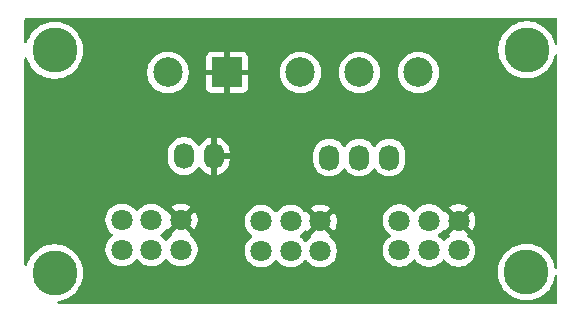
<source format=gbr>
G04 #@! TF.GenerationSoftware,KiCad,Pcbnew,9.0.1*
G04 #@! TF.CreationDate,2025-05-02T21:00:57+02:00*
G04 #@! TF.ProjectId,3_pots_pcb_v0.2a,335f706f-7473-45f7-9063-625f76302e32,rev?*
G04 #@! TF.SameCoordinates,Original*
G04 #@! TF.FileFunction,Copper,L2,Bot*
G04 #@! TF.FilePolarity,Positive*
%FSLAX46Y46*%
G04 Gerber Fmt 4.6, Leading zero omitted, Abs format (unit mm)*
G04 Created by KiCad (PCBNEW 9.0.1) date 2025-05-02 21:00:57*
%MOMM*%
%LPD*%
G01*
G04 APERTURE LIST*
G04 #@! TA.AperFunction,ComponentPad*
%ADD10C,2.500000*%
G04 #@! TD*
G04 #@! TA.AperFunction,ComponentPad*
%ADD11R,2.500000X2.500000*%
G04 #@! TD*
G04 #@! TA.AperFunction,ComponentPad*
%ADD12C,3.800000*%
G04 #@! TD*
G04 #@! TA.AperFunction,ComponentPad*
%ADD13C,1.800000*%
G04 #@! TD*
G04 #@! TA.AperFunction,ComponentPad*
%ADD14O,1.700000X2.200000*%
G04 #@! TD*
G04 APERTURE END LIST*
D10*
X152825000Y-95125000D03*
D11*
X157825000Y-95125000D03*
D12*
X143225000Y-93250000D03*
X183175000Y-112025000D03*
D13*
X172425000Y-110175000D03*
X174925000Y-110175000D03*
X177425000Y-110175000D03*
X172425000Y-107675000D03*
X174925000Y-107675000D03*
X177425000Y-107675000D03*
D12*
X183200000Y-93200000D03*
D14*
X154175000Y-102200000D03*
X156715000Y-102200000D03*
D12*
X143225000Y-112075000D03*
D14*
X166485000Y-102325000D03*
X169025000Y-102325000D03*
X171565000Y-102325000D03*
D10*
X164025000Y-95125000D03*
X169025000Y-95125000D03*
X174025000Y-95125000D03*
D13*
X160725000Y-110225000D03*
X163225000Y-110225000D03*
X165725000Y-110225000D03*
X160725000Y-107725000D03*
X163225000Y-107725000D03*
X165725000Y-107725000D03*
X148925000Y-110125000D03*
X151425000Y-110125000D03*
X153925000Y-110125000D03*
X148925000Y-107625000D03*
X151425000Y-107625000D03*
X153925000Y-107625000D03*
G04 #@! TA.AperFunction,Conductor*
G36*
X165259075Y-107917993D02*
G01*
X165324901Y-108032007D01*
X165417993Y-108125099D01*
X165532007Y-108190925D01*
X165595590Y-108207962D01*
X164927485Y-108876065D01*
X164927602Y-108877548D01*
X164967818Y-108929701D01*
X164973797Y-108999315D01*
X164941192Y-109061110D01*
X164925153Y-109075008D01*
X164812636Y-109156756D01*
X164656756Y-109312636D01*
X164656752Y-109312641D01*
X164575318Y-109424727D01*
X164519989Y-109467393D01*
X164450375Y-109473372D01*
X164388580Y-109440767D01*
X164374682Y-109424727D01*
X164293247Y-109312641D01*
X164293243Y-109312636D01*
X164137365Y-109156758D01*
X164068545Y-109106758D01*
X164025270Y-109075317D01*
X163982606Y-109019989D01*
X163976627Y-108950376D01*
X164009232Y-108888580D01*
X164025265Y-108874686D01*
X164137365Y-108793242D01*
X164293242Y-108637365D01*
X164374991Y-108524845D01*
X164430320Y-108482180D01*
X164499933Y-108476201D01*
X164561728Y-108508806D01*
X164573582Y-108522485D01*
X164573932Y-108522513D01*
X165242037Y-107854408D01*
X165259075Y-107917993D01*
G37*
G04 #@! TD.AperFunction*
G04 #@! TA.AperFunction,Conductor*
G36*
X176959075Y-107867993D02*
G01*
X177024901Y-107982007D01*
X177117993Y-108075099D01*
X177232007Y-108140925D01*
X177295590Y-108157962D01*
X176627485Y-108826065D01*
X176627602Y-108827548D01*
X176667818Y-108879701D01*
X176673797Y-108949315D01*
X176641192Y-109011110D01*
X176625153Y-109025008D01*
X176512636Y-109106756D01*
X176356756Y-109262636D01*
X176356752Y-109262641D01*
X176275318Y-109374727D01*
X176219989Y-109417393D01*
X176150375Y-109423372D01*
X176088580Y-109390767D01*
X176074682Y-109374727D01*
X175993247Y-109262641D01*
X175993243Y-109262636D01*
X175837365Y-109106758D01*
X175837357Y-109106752D01*
X175725270Y-109025317D01*
X175682606Y-108969989D01*
X175676627Y-108900376D01*
X175709232Y-108838580D01*
X175725265Y-108824686D01*
X175837365Y-108743242D01*
X175993242Y-108587365D01*
X176074991Y-108474845D01*
X176130320Y-108432180D01*
X176199933Y-108426201D01*
X176261728Y-108458806D01*
X176273582Y-108472485D01*
X176273932Y-108472513D01*
X176942037Y-107804408D01*
X176959075Y-107867993D01*
G37*
G04 #@! TD.AperFunction*
G04 #@! TA.AperFunction,Conductor*
G36*
X153459075Y-107817993D02*
G01*
X153524901Y-107932007D01*
X153617993Y-108025099D01*
X153732007Y-108090925D01*
X153795590Y-108107962D01*
X153127485Y-108776065D01*
X153127602Y-108777548D01*
X153167818Y-108829701D01*
X153173797Y-108899315D01*
X153141192Y-108961110D01*
X153125153Y-108975008D01*
X153012636Y-109056756D01*
X152856756Y-109212636D01*
X152856752Y-109212641D01*
X152775318Y-109324727D01*
X152719989Y-109367393D01*
X152650375Y-109373372D01*
X152588580Y-109340767D01*
X152574682Y-109324727D01*
X152493247Y-109212641D01*
X152493243Y-109212636D01*
X152337365Y-109056758D01*
X152296661Y-109027185D01*
X152225270Y-108975317D01*
X152182606Y-108919989D01*
X152176627Y-108850376D01*
X152209232Y-108788580D01*
X152225265Y-108774686D01*
X152337365Y-108693242D01*
X152493242Y-108537365D01*
X152574991Y-108424845D01*
X152630320Y-108382180D01*
X152699933Y-108376201D01*
X152761728Y-108408806D01*
X152773582Y-108422485D01*
X152773932Y-108422513D01*
X153442037Y-107754408D01*
X153459075Y-107817993D01*
G37*
G04 #@! TD.AperFunction*
G04 #@! TA.AperFunction,Conductor*
G36*
X185742539Y-90545185D02*
G01*
X185788294Y-90597989D01*
X185799500Y-90649500D01*
X185799500Y-92700876D01*
X185779815Y-92767915D01*
X185727011Y-92813670D01*
X185657853Y-92823614D01*
X185594297Y-92794589D01*
X185556523Y-92735811D01*
X185554609Y-92728469D01*
X185510315Y-92534405D01*
X185510312Y-92534397D01*
X185488145Y-92471049D01*
X185421267Y-92279921D01*
X185304284Y-92037003D01*
X185160838Y-91808711D01*
X184992734Y-91597915D01*
X184802085Y-91407266D01*
X184591289Y-91239162D01*
X184362997Y-91095716D01*
X184362994Y-91095714D01*
X184120082Y-90978734D01*
X183865602Y-90889687D01*
X183865594Y-90889684D01*
X183668446Y-90844687D01*
X183602732Y-90829688D01*
X183602728Y-90829687D01*
X183602719Y-90829686D01*
X183334813Y-90799500D01*
X183334809Y-90799500D01*
X183065191Y-90799500D01*
X183065186Y-90799500D01*
X182797280Y-90829686D01*
X182797268Y-90829688D01*
X182534405Y-90889684D01*
X182534397Y-90889687D01*
X182279917Y-90978734D01*
X182037005Y-91095714D01*
X181808712Y-91239161D01*
X181597915Y-91407265D01*
X181407265Y-91597915D01*
X181239161Y-91808712D01*
X181095714Y-92037005D01*
X180978734Y-92279917D01*
X180889687Y-92534397D01*
X180889684Y-92534405D01*
X180829688Y-92797268D01*
X180829686Y-92797280D01*
X180799500Y-93065186D01*
X180799500Y-93334813D01*
X180829686Y-93602719D01*
X180829688Y-93602731D01*
X180889684Y-93865594D01*
X180889687Y-93865602D01*
X180978734Y-94120082D01*
X181095714Y-94362994D01*
X181095716Y-94362997D01*
X181239162Y-94591289D01*
X181407266Y-94802085D01*
X181597915Y-94992734D01*
X181808711Y-95160838D01*
X182037003Y-95304284D01*
X182279921Y-95421267D01*
X182471049Y-95488145D01*
X182534397Y-95510312D01*
X182534405Y-95510315D01*
X182534408Y-95510315D01*
X182534409Y-95510316D01*
X182797268Y-95570312D01*
X183065187Y-95600499D01*
X183065188Y-95600500D01*
X183065191Y-95600500D01*
X183334812Y-95600500D01*
X183334812Y-95600499D01*
X183602732Y-95570312D01*
X183865591Y-95510316D01*
X184120079Y-95421267D01*
X184362997Y-95304284D01*
X184591289Y-95160838D01*
X184802085Y-94992734D01*
X184992734Y-94802085D01*
X185160838Y-94591289D01*
X185304284Y-94362997D01*
X185421267Y-94120079D01*
X185510316Y-93865591D01*
X185554609Y-93671529D01*
X185588718Y-93610552D01*
X185650379Y-93577694D01*
X185720016Y-93583389D01*
X185775520Y-93625829D01*
X185799268Y-93691539D01*
X185799500Y-93699123D01*
X185799500Y-111670221D01*
X185779815Y-111737260D01*
X185727011Y-111783015D01*
X185657853Y-111792959D01*
X185594297Y-111763934D01*
X185556523Y-111705156D01*
X185552280Y-111684105D01*
X185545313Y-111622280D01*
X185545312Y-111622268D01*
X185485316Y-111359409D01*
X185396267Y-111104921D01*
X185279284Y-110862003D01*
X185135838Y-110633711D01*
X184967734Y-110422915D01*
X184777085Y-110232266D01*
X184566289Y-110064162D01*
X184337997Y-109920716D01*
X184337994Y-109920714D01*
X184095082Y-109803734D01*
X183840602Y-109714687D01*
X183840594Y-109714684D01*
X183643446Y-109669687D01*
X183577732Y-109654688D01*
X183577728Y-109654687D01*
X183577719Y-109654686D01*
X183309813Y-109624500D01*
X183309809Y-109624500D01*
X183040191Y-109624500D01*
X183040186Y-109624500D01*
X182772280Y-109654686D01*
X182772268Y-109654688D01*
X182509405Y-109714684D01*
X182509397Y-109714687D01*
X182254917Y-109803734D01*
X182012005Y-109920714D01*
X181783712Y-110064161D01*
X181572915Y-110232265D01*
X181382265Y-110422915D01*
X181214161Y-110633712D01*
X181070714Y-110862005D01*
X180953734Y-111104917D01*
X180864687Y-111359397D01*
X180864684Y-111359405D01*
X180804688Y-111622268D01*
X180804686Y-111622280D01*
X180774500Y-111890186D01*
X180774500Y-112159813D01*
X180804686Y-112427719D01*
X180804688Y-112427731D01*
X180864684Y-112690594D01*
X180864687Y-112690602D01*
X180953734Y-112945082D01*
X181070714Y-113187994D01*
X181070716Y-113187997D01*
X181214162Y-113416289D01*
X181382266Y-113627085D01*
X181572915Y-113817734D01*
X181783711Y-113985838D01*
X182012003Y-114129284D01*
X182254921Y-114246267D01*
X182446049Y-114313145D01*
X182509397Y-114335312D01*
X182509405Y-114335315D01*
X182509408Y-114335315D01*
X182509409Y-114335316D01*
X182772268Y-114395312D01*
X183040187Y-114425499D01*
X183040188Y-114425500D01*
X183040191Y-114425500D01*
X183309812Y-114425500D01*
X183309812Y-114425499D01*
X183577732Y-114395312D01*
X183840591Y-114335316D01*
X184095079Y-114246267D01*
X184337997Y-114129284D01*
X184566289Y-113985838D01*
X184777085Y-113817734D01*
X184967734Y-113627085D01*
X185135838Y-113416289D01*
X185279284Y-113187997D01*
X185396267Y-112945079D01*
X185485316Y-112690591D01*
X185545312Y-112427732D01*
X185552280Y-112365894D01*
X185579347Y-112301480D01*
X185636941Y-112261925D01*
X185706778Y-112259788D01*
X185766685Y-112295746D01*
X185797640Y-112358384D01*
X185799500Y-112379778D01*
X185799500Y-114575500D01*
X185779815Y-114642539D01*
X185727011Y-114688294D01*
X185675500Y-114699500D01*
X143579778Y-114699500D01*
X143512739Y-114679815D01*
X143466984Y-114627011D01*
X143457040Y-114557853D01*
X143486065Y-114494297D01*
X143544843Y-114456523D01*
X143565894Y-114452280D01*
X143596480Y-114448833D01*
X143627732Y-114445312D01*
X143890591Y-114385316D01*
X144145079Y-114296267D01*
X144387997Y-114179284D01*
X144616289Y-114035838D01*
X144827085Y-113867734D01*
X145017734Y-113677085D01*
X145185838Y-113466289D01*
X145329284Y-113237997D01*
X145446267Y-112995079D01*
X145535316Y-112740591D01*
X145595312Y-112477732D01*
X145625500Y-112209809D01*
X145625500Y-111940191D01*
X145595312Y-111672268D01*
X145535316Y-111409409D01*
X145446267Y-111154921D01*
X145329284Y-110912003D01*
X145185838Y-110683711D01*
X145017734Y-110472915D01*
X144827085Y-110282266D01*
X144616289Y-110114162D01*
X144387997Y-109970716D01*
X144387994Y-109970714D01*
X144145082Y-109853734D01*
X143890602Y-109764687D01*
X143890594Y-109764684D01*
X143671527Y-109714684D01*
X143627732Y-109704688D01*
X143627728Y-109704687D01*
X143627719Y-109704686D01*
X143359813Y-109674500D01*
X143359809Y-109674500D01*
X143090191Y-109674500D01*
X143090186Y-109674500D01*
X142822280Y-109704686D01*
X142822268Y-109704688D01*
X142559405Y-109764684D01*
X142559397Y-109764687D01*
X142304917Y-109853734D01*
X142062005Y-109970714D01*
X141833712Y-110114161D01*
X141622915Y-110282265D01*
X141432265Y-110472915D01*
X141264161Y-110683712D01*
X141120714Y-110912005D01*
X141003734Y-111154917D01*
X140916541Y-111404099D01*
X140875820Y-111460875D01*
X140810867Y-111486622D01*
X140742305Y-111473166D01*
X140691902Y-111424778D01*
X140675500Y-111363144D01*
X140675500Y-107514778D01*
X147524500Y-107514778D01*
X147524500Y-107735222D01*
X147541742Y-107844086D01*
X147558985Y-107952952D01*
X147627103Y-108162603D01*
X147627104Y-108162606D01*
X147727187Y-108359025D01*
X147856752Y-108537358D01*
X147856756Y-108537363D01*
X148012636Y-108693243D01*
X148012641Y-108693247D01*
X148124727Y-108774682D01*
X148167393Y-108830011D01*
X148173372Y-108899625D01*
X148140767Y-108961420D01*
X148124727Y-108975318D01*
X148012641Y-109056752D01*
X148012636Y-109056756D01*
X147856756Y-109212636D01*
X147856752Y-109212641D01*
X147727187Y-109390974D01*
X147627104Y-109587393D01*
X147627103Y-109587396D01*
X147558985Y-109797047D01*
X147539398Y-109920714D01*
X147524500Y-110014778D01*
X147524500Y-110235222D01*
X147541742Y-110344086D01*
X147558985Y-110452952D01*
X147627103Y-110662603D01*
X147627104Y-110662606D01*
X147727187Y-110859025D01*
X147856752Y-111037358D01*
X147856756Y-111037363D01*
X148012636Y-111193243D01*
X148012641Y-111193247D01*
X148081461Y-111243247D01*
X148190978Y-111322815D01*
X148319375Y-111388237D01*
X148387393Y-111422895D01*
X148387396Y-111422896D01*
X148492221Y-111456955D01*
X148597049Y-111491015D01*
X148814778Y-111525500D01*
X148814779Y-111525500D01*
X149035221Y-111525500D01*
X149035222Y-111525500D01*
X149252951Y-111491015D01*
X149462606Y-111422895D01*
X149659022Y-111322815D01*
X149837365Y-111193242D01*
X149993242Y-111037365D01*
X150074682Y-110925270D01*
X150130011Y-110882606D01*
X150199624Y-110876627D01*
X150261420Y-110909232D01*
X150275313Y-110925265D01*
X150347972Y-111025272D01*
X150356758Y-111037365D01*
X150512636Y-111193243D01*
X150512641Y-111193247D01*
X150581461Y-111243247D01*
X150690978Y-111322815D01*
X150819375Y-111388237D01*
X150887393Y-111422895D01*
X150887396Y-111422896D01*
X150992221Y-111456955D01*
X151097049Y-111491015D01*
X151314778Y-111525500D01*
X151314779Y-111525500D01*
X151535221Y-111525500D01*
X151535222Y-111525500D01*
X151752951Y-111491015D01*
X151962606Y-111422895D01*
X152159022Y-111322815D01*
X152337365Y-111193242D01*
X152493242Y-111037365D01*
X152574682Y-110925270D01*
X152630011Y-110882606D01*
X152699624Y-110876627D01*
X152761420Y-110909232D01*
X152775313Y-110925265D01*
X152847972Y-111025272D01*
X152856758Y-111037365D01*
X153012636Y-111193243D01*
X153012641Y-111193247D01*
X153081461Y-111243247D01*
X153190978Y-111322815D01*
X153319375Y-111388237D01*
X153387393Y-111422895D01*
X153387396Y-111422896D01*
X153492221Y-111456955D01*
X153597049Y-111491015D01*
X153814778Y-111525500D01*
X153814779Y-111525500D01*
X154035221Y-111525500D01*
X154035222Y-111525500D01*
X154252951Y-111491015D01*
X154462606Y-111422895D01*
X154659022Y-111322815D01*
X154837365Y-111193242D01*
X154993242Y-111037365D01*
X155122815Y-110859022D01*
X155222895Y-110662606D01*
X155291015Y-110452951D01*
X155325500Y-110235222D01*
X155325500Y-110014778D01*
X155291015Y-109797049D01*
X155244759Y-109654686D01*
X155222896Y-109587396D01*
X155222895Y-109587393D01*
X155188237Y-109519375D01*
X155122815Y-109390978D01*
X155065896Y-109312635D01*
X154993247Y-109212641D01*
X154993243Y-109212636D01*
X154837359Y-109056752D01*
X154724846Y-108975008D01*
X154682180Y-108919679D01*
X154676201Y-108850065D01*
X154708806Y-108788270D01*
X154722486Y-108776416D01*
X154722514Y-108776066D01*
X154054409Y-108107962D01*
X154117993Y-108090925D01*
X154232007Y-108025099D01*
X154325099Y-107932007D01*
X154390925Y-107817993D01*
X154407962Y-107754410D01*
X155076066Y-108422514D01*
X155076066Y-108422513D01*
X155122386Y-108358760D01*
X155222432Y-108162410D01*
X155290526Y-107952835D01*
X155325000Y-107735181D01*
X155325000Y-107614778D01*
X159324500Y-107614778D01*
X159324500Y-107835222D01*
X159337610Y-107917993D01*
X159358985Y-108052952D01*
X159427103Y-108262603D01*
X159427104Y-108262606D01*
X159449523Y-108306604D01*
X159513725Y-108432606D01*
X159527187Y-108459025D01*
X159656752Y-108637358D01*
X159656756Y-108637363D01*
X159812636Y-108793243D01*
X159812641Y-108793247D01*
X159924727Y-108874682D01*
X159967393Y-108930011D01*
X159973372Y-108999625D01*
X159940767Y-109061420D01*
X159924727Y-109075318D01*
X159812641Y-109156752D01*
X159812636Y-109156756D01*
X159656756Y-109312636D01*
X159656752Y-109312641D01*
X159527187Y-109490974D01*
X159427104Y-109687393D01*
X159427103Y-109687396D01*
X159358985Y-109897047D01*
X159324500Y-110114778D01*
X159324500Y-110335221D01*
X159358985Y-110552952D01*
X159427103Y-110762603D01*
X159427104Y-110762606D01*
X159449523Y-110806604D01*
X159513725Y-110932606D01*
X159527187Y-110959025D01*
X159656752Y-111137358D01*
X159656756Y-111137363D01*
X159812636Y-111293243D01*
X159812641Y-111293247D01*
X159908847Y-111363144D01*
X159990978Y-111422815D01*
X160116205Y-111486622D01*
X160187393Y-111522895D01*
X160187396Y-111522896D01*
X160243159Y-111541014D01*
X160397049Y-111591015D01*
X160614778Y-111625500D01*
X160614779Y-111625500D01*
X160835221Y-111625500D01*
X160835222Y-111625500D01*
X161052951Y-111591015D01*
X161262606Y-111522895D01*
X161459022Y-111422815D01*
X161637365Y-111293242D01*
X161793242Y-111137365D01*
X161874682Y-111025270D01*
X161930011Y-110982606D01*
X161999624Y-110976627D01*
X162061420Y-111009232D01*
X162075313Y-111025265D01*
X162133186Y-111104921D01*
X162156758Y-111137365D01*
X162312636Y-111293243D01*
X162312641Y-111293247D01*
X162408847Y-111363144D01*
X162490978Y-111422815D01*
X162616205Y-111486622D01*
X162687393Y-111522895D01*
X162687396Y-111522896D01*
X162743159Y-111541014D01*
X162897049Y-111591015D01*
X163114778Y-111625500D01*
X163114779Y-111625500D01*
X163335221Y-111625500D01*
X163335222Y-111625500D01*
X163552951Y-111591015D01*
X163762606Y-111522895D01*
X163959022Y-111422815D01*
X164137365Y-111293242D01*
X164293242Y-111137365D01*
X164374682Y-111025270D01*
X164430011Y-110982606D01*
X164499624Y-110976627D01*
X164561420Y-111009232D01*
X164575313Y-111025265D01*
X164633186Y-111104921D01*
X164656758Y-111137365D01*
X164812636Y-111293243D01*
X164812641Y-111293247D01*
X164908847Y-111363144D01*
X164990978Y-111422815D01*
X165116205Y-111486622D01*
X165187393Y-111522895D01*
X165187396Y-111522896D01*
X165243159Y-111541014D01*
X165397049Y-111591015D01*
X165614778Y-111625500D01*
X165614779Y-111625500D01*
X165835221Y-111625500D01*
X165835222Y-111625500D01*
X166052951Y-111591015D01*
X166262606Y-111522895D01*
X166459022Y-111422815D01*
X166637365Y-111293242D01*
X166793242Y-111137365D01*
X166922815Y-110959022D01*
X167022895Y-110762606D01*
X167091015Y-110552951D01*
X167125500Y-110335222D01*
X167125500Y-110114778D01*
X167091015Y-109897049D01*
X167028514Y-109704688D01*
X167022896Y-109687396D01*
X167022895Y-109687393D01*
X166988237Y-109619375D01*
X166922815Y-109490978D01*
X166850161Y-109390978D01*
X166793247Y-109312641D01*
X166793243Y-109312636D01*
X166637359Y-109156752D01*
X166524846Y-109075008D01*
X166482180Y-109019679D01*
X166476201Y-108950065D01*
X166508806Y-108888270D01*
X166522486Y-108876416D01*
X166522514Y-108876066D01*
X165854409Y-108207962D01*
X165917993Y-108190925D01*
X166032007Y-108125099D01*
X166125099Y-108032007D01*
X166190925Y-107917993D01*
X166207962Y-107854410D01*
X166876066Y-108522514D01*
X166876066Y-108522513D01*
X166922386Y-108458760D01*
X167022432Y-108262410D01*
X167090526Y-108052835D01*
X167125000Y-107835181D01*
X167125000Y-107614818D01*
X167119375Y-107579304D01*
X167117074Y-107564778D01*
X171024500Y-107564778D01*
X171024500Y-107785222D01*
X171032413Y-107835181D01*
X171058985Y-108002952D01*
X171127103Y-108212603D01*
X171127104Y-108212606D01*
X171175000Y-108306604D01*
X171213725Y-108382606D01*
X171227187Y-108409025D01*
X171356752Y-108587358D01*
X171356756Y-108587363D01*
X171512636Y-108743243D01*
X171512641Y-108743247D01*
X171624727Y-108824682D01*
X171667393Y-108880011D01*
X171673372Y-108949625D01*
X171640767Y-109011420D01*
X171624727Y-109025318D01*
X171512641Y-109106752D01*
X171512636Y-109106756D01*
X171356756Y-109262636D01*
X171356752Y-109262641D01*
X171227187Y-109440974D01*
X171127104Y-109637393D01*
X171127103Y-109637396D01*
X171058985Y-109847047D01*
X171024500Y-110064778D01*
X171024500Y-110285221D01*
X171058985Y-110502952D01*
X171127103Y-110712603D01*
X171127104Y-110712606D01*
X171175000Y-110806604D01*
X171213725Y-110882606D01*
X171227187Y-110909025D01*
X171356752Y-111087358D01*
X171356756Y-111087363D01*
X171512636Y-111243243D01*
X171512641Y-111243247D01*
X171581461Y-111293247D01*
X171690978Y-111372815D01*
X171792960Y-111424778D01*
X171887393Y-111472895D01*
X171887396Y-111472896D01*
X171943159Y-111491014D01*
X172097049Y-111541015D01*
X172314778Y-111575500D01*
X172314779Y-111575500D01*
X172535221Y-111575500D01*
X172535222Y-111575500D01*
X172752951Y-111541015D01*
X172962606Y-111472895D01*
X173159022Y-111372815D01*
X173337365Y-111243242D01*
X173493242Y-111087365D01*
X173574682Y-110975270D01*
X173630011Y-110932606D01*
X173699624Y-110926627D01*
X173761420Y-110959232D01*
X173775313Y-110975265D01*
X173820426Y-111037358D01*
X173856758Y-111087365D01*
X174012636Y-111243243D01*
X174012641Y-111243247D01*
X174081461Y-111293247D01*
X174190978Y-111372815D01*
X174292960Y-111424778D01*
X174387393Y-111472895D01*
X174387396Y-111472896D01*
X174443159Y-111491014D01*
X174597049Y-111541015D01*
X174814778Y-111575500D01*
X174814779Y-111575500D01*
X175035221Y-111575500D01*
X175035222Y-111575500D01*
X175252951Y-111541015D01*
X175462606Y-111472895D01*
X175659022Y-111372815D01*
X175837365Y-111243242D01*
X175993242Y-111087365D01*
X176074682Y-110975270D01*
X176130011Y-110932606D01*
X176199624Y-110926627D01*
X176261420Y-110959232D01*
X176275313Y-110975265D01*
X176320426Y-111037358D01*
X176356758Y-111087365D01*
X176512636Y-111243243D01*
X176512641Y-111243247D01*
X176581461Y-111293247D01*
X176690978Y-111372815D01*
X176792960Y-111424778D01*
X176887393Y-111472895D01*
X176887396Y-111472896D01*
X176943159Y-111491014D01*
X177097049Y-111541015D01*
X177314778Y-111575500D01*
X177314779Y-111575500D01*
X177535221Y-111575500D01*
X177535222Y-111575500D01*
X177752951Y-111541015D01*
X177962606Y-111472895D01*
X178159022Y-111372815D01*
X178337365Y-111243242D01*
X178493242Y-111087365D01*
X178622815Y-110909022D01*
X178722895Y-110712606D01*
X178791015Y-110502951D01*
X178825500Y-110285222D01*
X178825500Y-110064778D01*
X178791015Y-109847049D01*
X178744759Y-109704686D01*
X178722896Y-109637396D01*
X178722895Y-109637393D01*
X178688237Y-109569375D01*
X178622815Y-109440978D01*
X178550008Y-109340767D01*
X178493247Y-109262641D01*
X178493243Y-109262636D01*
X178337359Y-109106752D01*
X178224846Y-109025008D01*
X178182180Y-108969679D01*
X178176201Y-108900065D01*
X178208806Y-108838270D01*
X178222486Y-108826416D01*
X178222514Y-108826066D01*
X177554409Y-108157962D01*
X177617993Y-108140925D01*
X177732007Y-108075099D01*
X177825099Y-107982007D01*
X177890925Y-107867993D01*
X177907962Y-107804409D01*
X178576066Y-108472514D01*
X178576066Y-108472513D01*
X178622386Y-108408760D01*
X178722432Y-108212410D01*
X178790526Y-108002835D01*
X178825000Y-107785181D01*
X178825000Y-107564818D01*
X178790526Y-107347164D01*
X178722432Y-107137589D01*
X178622388Y-106941243D01*
X178576066Y-106877485D01*
X178576065Y-106877485D01*
X177907962Y-107545589D01*
X177890925Y-107482007D01*
X177825099Y-107367993D01*
X177732007Y-107274901D01*
X177617993Y-107209075D01*
X177554407Y-107192037D01*
X178222513Y-106523932D01*
X178158756Y-106477611D01*
X177962410Y-106377567D01*
X177752835Y-106309473D01*
X177535181Y-106275000D01*
X177314819Y-106275000D01*
X177097164Y-106309473D01*
X176887589Y-106377567D01*
X176691233Y-106477616D01*
X176627485Y-106523931D01*
X176627485Y-106523932D01*
X177295590Y-107192037D01*
X177232007Y-107209075D01*
X177117993Y-107274901D01*
X177024901Y-107367993D01*
X176959075Y-107482007D01*
X176942037Y-107545590D01*
X176273932Y-106877485D01*
X176272448Y-106877602D01*
X176220296Y-106917817D01*
X176150682Y-106923796D01*
X176088887Y-106891190D01*
X176074990Y-106875151D01*
X175993247Y-106762641D01*
X175993243Y-106762636D01*
X175837363Y-106606756D01*
X175837358Y-106606752D01*
X175659025Y-106477187D01*
X175659024Y-106477186D01*
X175659022Y-106477185D01*
X175596096Y-106445122D01*
X175462606Y-106377104D01*
X175462603Y-106377103D01*
X175252952Y-106308985D01*
X175144086Y-106291742D01*
X175035222Y-106274500D01*
X174814778Y-106274500D01*
X174742201Y-106285995D01*
X174597047Y-106308985D01*
X174387396Y-106377103D01*
X174387393Y-106377104D01*
X174190974Y-106477187D01*
X174012641Y-106606752D01*
X174012636Y-106606756D01*
X173856756Y-106762636D01*
X173856752Y-106762641D01*
X173775318Y-106874727D01*
X173719989Y-106917393D01*
X173650375Y-106923372D01*
X173588580Y-106890767D01*
X173574682Y-106874727D01*
X173493247Y-106762641D01*
X173493243Y-106762636D01*
X173337363Y-106606756D01*
X173337358Y-106606752D01*
X173159025Y-106477187D01*
X173159024Y-106477186D01*
X173159022Y-106477185D01*
X173096096Y-106445122D01*
X172962606Y-106377104D01*
X172962603Y-106377103D01*
X172752952Y-106308985D01*
X172644086Y-106291742D01*
X172535222Y-106274500D01*
X172314778Y-106274500D01*
X172242201Y-106285995D01*
X172097047Y-106308985D01*
X171887396Y-106377103D01*
X171887393Y-106377104D01*
X171690974Y-106477187D01*
X171512641Y-106606752D01*
X171512636Y-106606756D01*
X171356756Y-106762636D01*
X171356752Y-106762641D01*
X171227187Y-106940974D01*
X171127104Y-107137393D01*
X171127103Y-107137396D01*
X171058985Y-107347047D01*
X171045529Y-107432007D01*
X171024500Y-107564778D01*
X167117074Y-107564778D01*
X167090526Y-107397164D01*
X167022432Y-107187589D01*
X166922388Y-106991243D01*
X166876066Y-106927485D01*
X166876065Y-106927485D01*
X166207962Y-107595589D01*
X166190925Y-107532007D01*
X166125099Y-107417993D01*
X166032007Y-107324901D01*
X165917993Y-107259075D01*
X165854407Y-107242037D01*
X166522513Y-106573932D01*
X166458756Y-106527611D01*
X166262410Y-106427567D01*
X166052835Y-106359473D01*
X165835181Y-106325000D01*
X165614819Y-106325000D01*
X165397164Y-106359473D01*
X165187589Y-106427567D01*
X164991233Y-106527616D01*
X164927485Y-106573931D01*
X164927485Y-106573932D01*
X165595590Y-107242037D01*
X165532007Y-107259075D01*
X165417993Y-107324901D01*
X165324901Y-107417993D01*
X165259075Y-107532007D01*
X165242037Y-107595590D01*
X164573932Y-106927485D01*
X164572448Y-106927602D01*
X164520296Y-106967817D01*
X164450682Y-106973796D01*
X164388887Y-106941190D01*
X164374990Y-106925151D01*
X164293247Y-106812641D01*
X164293243Y-106812636D01*
X164137363Y-106656756D01*
X164137358Y-106656752D01*
X163959025Y-106527187D01*
X163959024Y-106527186D01*
X163959022Y-106527185D01*
X163896096Y-106495122D01*
X163762606Y-106427104D01*
X163762603Y-106427103D01*
X163552952Y-106358985D01*
X163444086Y-106341742D01*
X163335222Y-106324500D01*
X163114778Y-106324500D01*
X163042201Y-106335995D01*
X162897047Y-106358985D01*
X162687396Y-106427103D01*
X162687393Y-106427104D01*
X162490974Y-106527187D01*
X162312641Y-106656752D01*
X162312636Y-106656756D01*
X162156756Y-106812636D01*
X162156752Y-106812641D01*
X162075318Y-106924727D01*
X162019989Y-106967393D01*
X161950375Y-106973372D01*
X161888580Y-106940767D01*
X161874682Y-106924727D01*
X161793247Y-106812641D01*
X161793243Y-106812636D01*
X161637363Y-106656756D01*
X161637358Y-106656752D01*
X161459025Y-106527187D01*
X161459024Y-106527186D01*
X161459022Y-106527185D01*
X161396096Y-106495122D01*
X161262606Y-106427104D01*
X161262603Y-106427103D01*
X161052952Y-106358985D01*
X160944086Y-106341742D01*
X160835222Y-106324500D01*
X160614778Y-106324500D01*
X160542201Y-106335995D01*
X160397047Y-106358985D01*
X160187396Y-106427103D01*
X160187393Y-106427104D01*
X159990974Y-106527187D01*
X159812641Y-106656752D01*
X159812636Y-106656756D01*
X159656756Y-106812636D01*
X159656752Y-106812641D01*
X159527187Y-106990974D01*
X159427104Y-107187393D01*
X159427103Y-107187396D01*
X159358985Y-107397047D01*
X159325388Y-107609174D01*
X159324500Y-107614778D01*
X155325000Y-107614778D01*
X155325000Y-107514818D01*
X155290526Y-107297164D01*
X155222432Y-107087589D01*
X155122388Y-106891243D01*
X155076066Y-106827485D01*
X155076065Y-106827485D01*
X154407962Y-107495589D01*
X154390925Y-107432007D01*
X154325099Y-107317993D01*
X154232007Y-107224901D01*
X154117993Y-107159075D01*
X154054407Y-107142037D01*
X154722513Y-106473932D01*
X154658756Y-106427611D01*
X154462410Y-106327567D01*
X154252835Y-106259473D01*
X154035181Y-106225000D01*
X153814819Y-106225000D01*
X153597164Y-106259473D01*
X153387589Y-106327567D01*
X153191233Y-106427616D01*
X153127485Y-106473931D01*
X153127485Y-106473932D01*
X153795590Y-107142037D01*
X153732007Y-107159075D01*
X153617993Y-107224901D01*
X153524901Y-107317993D01*
X153459075Y-107432007D01*
X153442037Y-107495590D01*
X152773932Y-106827485D01*
X152772448Y-106827602D01*
X152720296Y-106867817D01*
X152650682Y-106873796D01*
X152588887Y-106841190D01*
X152574990Y-106825151D01*
X152493247Y-106712641D01*
X152493243Y-106712636D01*
X152337363Y-106556756D01*
X152337358Y-106556752D01*
X152159025Y-106427187D01*
X152159024Y-106427186D01*
X152159022Y-106427185D01*
X152096096Y-106395122D01*
X151962606Y-106327104D01*
X151962603Y-106327103D01*
X151752952Y-106258985D01*
X151644086Y-106241742D01*
X151535222Y-106224500D01*
X151314778Y-106224500D01*
X151242201Y-106235995D01*
X151097047Y-106258985D01*
X150887396Y-106327103D01*
X150887393Y-106327104D01*
X150690974Y-106427187D01*
X150512641Y-106556752D01*
X150512636Y-106556756D01*
X150356756Y-106712636D01*
X150356752Y-106712641D01*
X150275318Y-106824727D01*
X150219989Y-106867393D01*
X150150375Y-106873372D01*
X150088580Y-106840767D01*
X150074682Y-106824727D01*
X149993247Y-106712641D01*
X149993243Y-106712636D01*
X149837363Y-106556756D01*
X149837358Y-106556752D01*
X149659025Y-106427187D01*
X149659024Y-106427186D01*
X149659022Y-106427185D01*
X149596096Y-106395122D01*
X149462606Y-106327104D01*
X149462603Y-106327103D01*
X149252952Y-106258985D01*
X149144086Y-106241742D01*
X149035222Y-106224500D01*
X148814778Y-106224500D01*
X148742201Y-106235995D01*
X148597047Y-106258985D01*
X148387396Y-106327103D01*
X148387393Y-106327104D01*
X148190974Y-106427187D01*
X148012641Y-106556752D01*
X148012636Y-106556756D01*
X147856756Y-106712636D01*
X147856752Y-106712641D01*
X147727187Y-106890974D01*
X147627104Y-107087393D01*
X147627103Y-107087396D01*
X147558985Y-107297047D01*
X147543128Y-107397164D01*
X147524500Y-107514778D01*
X140675500Y-107514778D01*
X140675500Y-101843713D01*
X152824500Y-101843713D01*
X152824500Y-102556286D01*
X152857753Y-102766239D01*
X152923444Y-102968414D01*
X153019951Y-103157820D01*
X153144890Y-103329786D01*
X153295213Y-103480109D01*
X153467179Y-103605048D01*
X153467181Y-103605049D01*
X153467184Y-103605051D01*
X153656588Y-103701557D01*
X153858757Y-103767246D01*
X154068713Y-103800500D01*
X154068714Y-103800500D01*
X154281286Y-103800500D01*
X154281287Y-103800500D01*
X154491243Y-103767246D01*
X154693412Y-103701557D01*
X154882816Y-103605051D01*
X154904789Y-103589086D01*
X155054786Y-103480109D01*
X155054788Y-103480106D01*
X155054792Y-103480104D01*
X155205104Y-103329792D01*
X155205106Y-103329788D01*
X155205109Y-103329786D01*
X155330048Y-103157820D01*
X155330051Y-103157816D01*
X155334793Y-103148508D01*
X155382763Y-103097711D01*
X155450583Y-103080911D01*
X155516719Y-103103445D01*
X155555763Y-103148500D01*
X155560377Y-103157555D01*
X155685272Y-103329459D01*
X155685276Y-103329464D01*
X155835535Y-103479723D01*
X155835540Y-103479727D01*
X156007442Y-103604620D01*
X156196782Y-103701095D01*
X156398871Y-103766757D01*
X156465000Y-103777231D01*
X156465000Y-102633012D01*
X156522007Y-102665925D01*
X156649174Y-102700000D01*
X156780826Y-102700000D01*
X156907993Y-102665925D01*
X156965000Y-102633012D01*
X156965000Y-103777230D01*
X157031126Y-103766757D01*
X157031129Y-103766757D01*
X157233217Y-103701095D01*
X157422557Y-103604620D01*
X157594459Y-103479727D01*
X157594464Y-103479723D01*
X157744723Y-103329464D01*
X157744727Y-103329459D01*
X157869620Y-103157557D01*
X157966095Y-102968217D01*
X158031757Y-102766130D01*
X158031757Y-102766127D01*
X158065000Y-102556246D01*
X158065000Y-102450000D01*
X157148012Y-102450000D01*
X157180925Y-102392993D01*
X157215000Y-102265826D01*
X157215000Y-102134174D01*
X157180925Y-102007007D01*
X157158816Y-101968713D01*
X165134500Y-101968713D01*
X165134500Y-102681287D01*
X165167754Y-102891243D01*
X165229381Y-103080911D01*
X165233444Y-103093414D01*
X165329951Y-103282820D01*
X165454890Y-103454786D01*
X165605213Y-103605109D01*
X165777179Y-103730048D01*
X165777181Y-103730049D01*
X165777184Y-103730051D01*
X165966588Y-103826557D01*
X166168757Y-103892246D01*
X166378713Y-103925500D01*
X166378714Y-103925500D01*
X166591286Y-103925500D01*
X166591287Y-103925500D01*
X166801243Y-103892246D01*
X167003412Y-103826557D01*
X167192816Y-103730051D01*
X167232671Y-103701095D01*
X167364786Y-103605109D01*
X167364788Y-103605106D01*
X167364792Y-103605104D01*
X167515104Y-103454792D01*
X167515106Y-103454788D01*
X167515109Y-103454786D01*
X167640048Y-103282820D01*
X167640047Y-103282820D01*
X167640051Y-103282816D01*
X167644514Y-103274054D01*
X167692488Y-103223259D01*
X167760308Y-103206463D01*
X167826444Y-103228999D01*
X167865486Y-103274056D01*
X167869951Y-103282820D01*
X167994890Y-103454786D01*
X168145213Y-103605109D01*
X168317179Y-103730048D01*
X168317181Y-103730049D01*
X168317184Y-103730051D01*
X168506588Y-103826557D01*
X168708757Y-103892246D01*
X168918713Y-103925500D01*
X168918714Y-103925500D01*
X169131286Y-103925500D01*
X169131287Y-103925500D01*
X169341243Y-103892246D01*
X169543412Y-103826557D01*
X169732816Y-103730051D01*
X169772671Y-103701095D01*
X169904786Y-103605109D01*
X169904788Y-103605106D01*
X169904792Y-103605104D01*
X170055104Y-103454792D01*
X170055106Y-103454788D01*
X170055109Y-103454786D01*
X170180048Y-103282820D01*
X170180047Y-103282820D01*
X170180051Y-103282816D01*
X170184514Y-103274054D01*
X170232488Y-103223259D01*
X170300308Y-103206463D01*
X170366444Y-103228999D01*
X170405486Y-103274056D01*
X170409951Y-103282820D01*
X170534890Y-103454786D01*
X170685213Y-103605109D01*
X170857179Y-103730048D01*
X170857181Y-103730049D01*
X170857184Y-103730051D01*
X171046588Y-103826557D01*
X171248757Y-103892246D01*
X171458713Y-103925500D01*
X171458714Y-103925500D01*
X171671286Y-103925500D01*
X171671287Y-103925500D01*
X171881243Y-103892246D01*
X172083412Y-103826557D01*
X172272816Y-103730051D01*
X172312671Y-103701095D01*
X172444786Y-103605109D01*
X172444788Y-103605106D01*
X172444792Y-103605104D01*
X172595104Y-103454792D01*
X172595106Y-103454788D01*
X172595109Y-103454786D01*
X172720048Y-103282820D01*
X172720047Y-103282820D01*
X172720051Y-103282816D01*
X172816557Y-103093412D01*
X172882246Y-102891243D01*
X172915500Y-102681287D01*
X172915500Y-101968713D01*
X172882246Y-101758757D01*
X172816557Y-101556588D01*
X172720051Y-101367184D01*
X172720049Y-101367181D01*
X172720048Y-101367179D01*
X172595109Y-101195213D01*
X172444786Y-101044890D01*
X172272820Y-100919951D01*
X172083414Y-100823444D01*
X172083413Y-100823443D01*
X172083412Y-100823443D01*
X171881243Y-100757754D01*
X171881241Y-100757753D01*
X171881240Y-100757753D01*
X171719957Y-100732208D01*
X171671287Y-100724500D01*
X171458713Y-100724500D01*
X171410042Y-100732208D01*
X171248760Y-100757753D01*
X171046585Y-100823444D01*
X170857179Y-100919951D01*
X170685213Y-101044890D01*
X170534890Y-101195213D01*
X170409949Y-101367182D01*
X170405484Y-101375946D01*
X170357509Y-101426742D01*
X170289688Y-101443536D01*
X170223553Y-101420998D01*
X170184516Y-101375946D01*
X170180050Y-101367182D01*
X170055109Y-101195213D01*
X169904786Y-101044890D01*
X169732820Y-100919951D01*
X169543414Y-100823444D01*
X169543413Y-100823443D01*
X169543412Y-100823443D01*
X169341243Y-100757754D01*
X169341241Y-100757753D01*
X169341240Y-100757753D01*
X169179957Y-100732208D01*
X169131287Y-100724500D01*
X168918713Y-100724500D01*
X168870042Y-100732208D01*
X168708760Y-100757753D01*
X168506585Y-100823444D01*
X168317179Y-100919951D01*
X168145213Y-101044890D01*
X167994890Y-101195213D01*
X167869949Y-101367182D01*
X167865484Y-101375946D01*
X167817509Y-101426742D01*
X167749688Y-101443536D01*
X167683553Y-101420998D01*
X167644516Y-101375946D01*
X167640050Y-101367182D01*
X167515109Y-101195213D01*
X167364786Y-101044890D01*
X167192820Y-100919951D01*
X167003414Y-100823444D01*
X167003413Y-100823443D01*
X167003412Y-100823443D01*
X166801243Y-100757754D01*
X166801241Y-100757753D01*
X166801240Y-100757753D01*
X166639957Y-100732208D01*
X166591287Y-100724500D01*
X166378713Y-100724500D01*
X166330042Y-100732208D01*
X166168760Y-100757753D01*
X165966585Y-100823444D01*
X165777179Y-100919951D01*
X165605213Y-101044890D01*
X165454890Y-101195213D01*
X165329951Y-101367179D01*
X165233444Y-101556585D01*
X165167753Y-101758760D01*
X165161237Y-101799901D01*
X165134500Y-101968713D01*
X157158816Y-101968713D01*
X157148012Y-101950000D01*
X158065000Y-101950000D01*
X158065000Y-101843753D01*
X158031757Y-101633872D01*
X158031757Y-101633869D01*
X157966095Y-101431782D01*
X157869620Y-101242442D01*
X157744727Y-101070540D01*
X157744723Y-101070535D01*
X157594464Y-100920276D01*
X157594459Y-100920272D01*
X157422557Y-100795379D01*
X157233215Y-100698903D01*
X157031124Y-100633241D01*
X156965000Y-100622768D01*
X156965000Y-101766988D01*
X156907993Y-101734075D01*
X156780826Y-101700000D01*
X156649174Y-101700000D01*
X156522007Y-101734075D01*
X156465000Y-101766988D01*
X156465000Y-100622768D01*
X156464999Y-100622768D01*
X156398875Y-100633241D01*
X156196784Y-100698903D01*
X156007442Y-100795379D01*
X155835540Y-100920272D01*
X155835535Y-100920276D01*
X155685276Y-101070535D01*
X155685272Y-101070540D01*
X155560378Y-101242443D01*
X155555762Y-101251502D01*
X155507784Y-101302295D01*
X155439963Y-101319087D01*
X155373829Y-101296546D01*
X155334794Y-101251493D01*
X155330051Y-101242184D01*
X155330049Y-101242181D01*
X155330048Y-101242179D01*
X155205109Y-101070213D01*
X155054786Y-100919890D01*
X154882820Y-100794951D01*
X154693414Y-100698444D01*
X154693413Y-100698443D01*
X154693412Y-100698443D01*
X154491243Y-100632754D01*
X154491241Y-100632753D01*
X154491240Y-100632753D01*
X154329957Y-100607208D01*
X154281287Y-100599500D01*
X154068713Y-100599500D01*
X154020042Y-100607208D01*
X153858760Y-100632753D01*
X153656585Y-100698444D01*
X153467179Y-100794951D01*
X153295213Y-100919890D01*
X153144890Y-101070213D01*
X153019951Y-101242179D01*
X152923444Y-101431585D01*
X152857753Y-101633760D01*
X152824500Y-101843713D01*
X140675500Y-101843713D01*
X140675500Y-93961855D01*
X140695185Y-93894816D01*
X140747989Y-93849061D01*
X140817147Y-93839117D01*
X140880703Y-93868142D01*
X140916541Y-93920900D01*
X141003734Y-94170082D01*
X141120714Y-94412994D01*
X141120716Y-94412997D01*
X141264162Y-94641289D01*
X141432266Y-94852085D01*
X141622915Y-95042734D01*
X141833711Y-95210838D01*
X142062003Y-95354284D01*
X142304921Y-95471267D01*
X142496049Y-95538145D01*
X142559397Y-95560312D01*
X142559405Y-95560315D01*
X142559408Y-95560315D01*
X142559409Y-95560316D01*
X142822268Y-95620312D01*
X143090187Y-95650499D01*
X143090188Y-95650500D01*
X143090191Y-95650500D01*
X143359812Y-95650500D01*
X143359812Y-95650499D01*
X143627732Y-95620312D01*
X143890591Y-95560316D01*
X144145079Y-95471267D01*
X144387997Y-95354284D01*
X144616289Y-95210838D01*
X144827085Y-95042734D01*
X144859561Y-95010258D01*
X151074500Y-95010258D01*
X151074500Y-95239741D01*
X151082998Y-95304284D01*
X151104452Y-95467238D01*
X151153556Y-95650499D01*
X151163842Y-95688887D01*
X151251650Y-95900876D01*
X151251657Y-95900890D01*
X151366392Y-96099617D01*
X151506081Y-96281661D01*
X151506089Y-96281670D01*
X151668330Y-96443911D01*
X151668338Y-96443918D01*
X151850382Y-96583607D01*
X151850385Y-96583608D01*
X151850388Y-96583611D01*
X152049112Y-96698344D01*
X152049117Y-96698346D01*
X152049123Y-96698349D01*
X152130816Y-96732187D01*
X152261113Y-96786158D01*
X152482762Y-96845548D01*
X152699312Y-96874057D01*
X152706460Y-96874999D01*
X152710266Y-96875500D01*
X152710273Y-96875500D01*
X152939727Y-96875500D01*
X152939734Y-96875500D01*
X153167238Y-96845548D01*
X153388887Y-96786158D01*
X153600888Y-96698344D01*
X153799612Y-96583611D01*
X153981661Y-96443919D01*
X153981665Y-96443914D01*
X153981670Y-96443911D01*
X154143911Y-96281670D01*
X154143914Y-96281665D01*
X154143919Y-96281661D01*
X154283611Y-96099612D01*
X154398344Y-95900888D01*
X154486158Y-95688887D01*
X154545548Y-95467238D01*
X154575500Y-95239734D01*
X154575500Y-95010266D01*
X154545548Y-94782762D01*
X154486158Y-94561113D01*
X154424805Y-94412994D01*
X154398349Y-94349123D01*
X154398346Y-94349117D01*
X154398344Y-94349112D01*
X154283611Y-94150388D01*
X154283608Y-94150385D01*
X154283607Y-94150382D01*
X154143918Y-93968338D01*
X154143911Y-93968330D01*
X154002736Y-93827155D01*
X156075000Y-93827155D01*
X156075000Y-94875000D01*
X157224999Y-94875000D01*
X157199979Y-94935402D01*
X157175000Y-95060981D01*
X157175000Y-95189019D01*
X157199979Y-95314598D01*
X157224999Y-95375000D01*
X156075000Y-95375000D01*
X156075000Y-96422844D01*
X156081401Y-96482372D01*
X156081403Y-96482379D01*
X156131645Y-96617086D01*
X156131649Y-96617093D01*
X156217809Y-96732187D01*
X156217812Y-96732190D01*
X156332906Y-96818350D01*
X156332913Y-96818354D01*
X156467620Y-96868596D01*
X156467627Y-96868598D01*
X156527155Y-96874999D01*
X156527172Y-96875000D01*
X157575000Y-96875000D01*
X157575000Y-95725001D01*
X157635402Y-95750021D01*
X157760981Y-95775000D01*
X157889019Y-95775000D01*
X158014598Y-95750021D01*
X158075000Y-95725001D01*
X158075000Y-96875000D01*
X159122828Y-96875000D01*
X159122844Y-96874999D01*
X159182372Y-96868598D01*
X159182379Y-96868596D01*
X159317086Y-96818354D01*
X159317093Y-96818350D01*
X159432187Y-96732190D01*
X159432190Y-96732187D01*
X159518350Y-96617093D01*
X159518354Y-96617086D01*
X159568596Y-96482379D01*
X159568598Y-96482372D01*
X159574999Y-96422844D01*
X159575000Y-96422827D01*
X159575000Y-95375000D01*
X158425001Y-95375000D01*
X158450021Y-95314598D01*
X158475000Y-95189019D01*
X158475000Y-95060981D01*
X158464911Y-95010258D01*
X162274500Y-95010258D01*
X162274500Y-95239741D01*
X162282998Y-95304284D01*
X162304452Y-95467238D01*
X162353556Y-95650499D01*
X162363842Y-95688887D01*
X162451650Y-95900876D01*
X162451657Y-95900890D01*
X162566392Y-96099617D01*
X162706081Y-96281661D01*
X162706089Y-96281670D01*
X162868330Y-96443911D01*
X162868338Y-96443918D01*
X163050382Y-96583607D01*
X163050385Y-96583608D01*
X163050388Y-96583611D01*
X163249112Y-96698344D01*
X163249117Y-96698346D01*
X163249123Y-96698349D01*
X163330816Y-96732187D01*
X163461113Y-96786158D01*
X163682762Y-96845548D01*
X163899312Y-96874057D01*
X163906460Y-96874999D01*
X163910266Y-96875500D01*
X163910273Y-96875500D01*
X164139727Y-96875500D01*
X164139734Y-96875500D01*
X164367238Y-96845548D01*
X164588887Y-96786158D01*
X164800888Y-96698344D01*
X164999612Y-96583611D01*
X165181661Y-96443919D01*
X165181665Y-96443914D01*
X165181670Y-96443911D01*
X165343911Y-96281670D01*
X165343914Y-96281665D01*
X165343919Y-96281661D01*
X165483611Y-96099612D01*
X165598344Y-95900888D01*
X165686158Y-95688887D01*
X165745548Y-95467238D01*
X165775500Y-95239734D01*
X165775500Y-95010266D01*
X165775499Y-95010258D01*
X167274500Y-95010258D01*
X167274500Y-95239741D01*
X167282998Y-95304284D01*
X167304452Y-95467238D01*
X167353556Y-95650499D01*
X167363842Y-95688887D01*
X167451650Y-95900876D01*
X167451657Y-95900890D01*
X167566392Y-96099617D01*
X167706081Y-96281661D01*
X167706089Y-96281670D01*
X167868330Y-96443911D01*
X167868338Y-96443918D01*
X168050382Y-96583607D01*
X168050385Y-96583608D01*
X168050388Y-96583611D01*
X168249112Y-96698344D01*
X168249117Y-96698346D01*
X168249123Y-96698349D01*
X168330816Y-96732187D01*
X168461113Y-96786158D01*
X168682762Y-96845548D01*
X168899312Y-96874057D01*
X168906460Y-96874999D01*
X168910266Y-96875500D01*
X168910273Y-96875500D01*
X169139727Y-96875500D01*
X169139734Y-96875500D01*
X169367238Y-96845548D01*
X169588887Y-96786158D01*
X169800888Y-96698344D01*
X169999612Y-96583611D01*
X170181661Y-96443919D01*
X170181665Y-96443914D01*
X170181670Y-96443911D01*
X170343911Y-96281670D01*
X170343914Y-96281665D01*
X170343919Y-96281661D01*
X170483611Y-96099612D01*
X170598344Y-95900888D01*
X170686158Y-95688887D01*
X170745548Y-95467238D01*
X170775500Y-95239734D01*
X170775500Y-95010266D01*
X170775499Y-95010258D01*
X172274500Y-95010258D01*
X172274500Y-95239741D01*
X172282998Y-95304284D01*
X172304452Y-95467238D01*
X172353556Y-95650499D01*
X172363842Y-95688887D01*
X172451650Y-95900876D01*
X172451657Y-95900890D01*
X172566392Y-96099617D01*
X172706081Y-96281661D01*
X172706089Y-96281670D01*
X172868330Y-96443911D01*
X172868338Y-96443918D01*
X173050382Y-96583607D01*
X173050385Y-96583608D01*
X173050388Y-96583611D01*
X173249112Y-96698344D01*
X173249117Y-96698346D01*
X173249123Y-96698349D01*
X173330816Y-96732187D01*
X173461113Y-96786158D01*
X173682762Y-96845548D01*
X173899312Y-96874057D01*
X173906460Y-96874999D01*
X173910266Y-96875500D01*
X173910273Y-96875500D01*
X174139727Y-96875500D01*
X174139734Y-96875500D01*
X174367238Y-96845548D01*
X174588887Y-96786158D01*
X174800888Y-96698344D01*
X174999612Y-96583611D01*
X175181661Y-96443919D01*
X175181665Y-96443914D01*
X175181670Y-96443911D01*
X175343911Y-96281670D01*
X175343914Y-96281665D01*
X175343919Y-96281661D01*
X175483611Y-96099612D01*
X175598344Y-95900888D01*
X175686158Y-95688887D01*
X175745548Y-95467238D01*
X175775500Y-95239734D01*
X175775500Y-95010266D01*
X175745548Y-94782762D01*
X175686158Y-94561113D01*
X175624805Y-94412994D01*
X175598349Y-94349123D01*
X175598346Y-94349117D01*
X175598344Y-94349112D01*
X175483611Y-94150388D01*
X175483608Y-94150385D01*
X175483607Y-94150382D01*
X175343918Y-93968338D01*
X175343911Y-93968330D01*
X175181670Y-93806089D01*
X175181661Y-93806081D01*
X174999617Y-93666392D01*
X174975955Y-93652731D01*
X174800888Y-93551656D01*
X174800876Y-93551650D01*
X174588887Y-93463842D01*
X174367238Y-93404452D01*
X174329215Y-93399446D01*
X174139741Y-93374500D01*
X174139734Y-93374500D01*
X173910266Y-93374500D01*
X173910258Y-93374500D01*
X173693715Y-93403009D01*
X173682762Y-93404452D01*
X173589076Y-93429554D01*
X173461112Y-93463842D01*
X173249123Y-93551650D01*
X173249109Y-93551657D01*
X173050382Y-93666392D01*
X172868338Y-93806081D01*
X172706081Y-93968338D01*
X172566392Y-94150382D01*
X172451657Y-94349109D01*
X172451650Y-94349123D01*
X172363842Y-94561112D01*
X172304453Y-94782759D01*
X172304451Y-94782770D01*
X172274500Y-95010258D01*
X170775499Y-95010258D01*
X170745548Y-94782762D01*
X170686158Y-94561113D01*
X170624805Y-94412994D01*
X170598349Y-94349123D01*
X170598346Y-94349117D01*
X170598344Y-94349112D01*
X170483611Y-94150388D01*
X170483608Y-94150385D01*
X170483607Y-94150382D01*
X170343918Y-93968338D01*
X170343911Y-93968330D01*
X170181670Y-93806089D01*
X170181661Y-93806081D01*
X169999617Y-93666392D01*
X169975955Y-93652731D01*
X169800888Y-93551656D01*
X169800876Y-93551650D01*
X169588887Y-93463842D01*
X169367238Y-93404452D01*
X169329215Y-93399446D01*
X169139741Y-93374500D01*
X169139734Y-93374500D01*
X168910266Y-93374500D01*
X168910258Y-93374500D01*
X168693715Y-93403009D01*
X168682762Y-93404452D01*
X168589076Y-93429554D01*
X168461112Y-93463842D01*
X168249123Y-93551650D01*
X168249109Y-93551657D01*
X168050382Y-93666392D01*
X167868338Y-93806081D01*
X167706081Y-93968338D01*
X167566392Y-94150382D01*
X167451657Y-94349109D01*
X167451650Y-94349123D01*
X167363842Y-94561112D01*
X167304453Y-94782759D01*
X167304451Y-94782770D01*
X167274500Y-95010258D01*
X165775499Y-95010258D01*
X165745548Y-94782762D01*
X165686158Y-94561113D01*
X165624805Y-94412994D01*
X165598349Y-94349123D01*
X165598346Y-94349117D01*
X165598344Y-94349112D01*
X165483611Y-94150388D01*
X165483608Y-94150385D01*
X165483607Y-94150382D01*
X165343918Y-93968338D01*
X165343911Y-93968330D01*
X165181670Y-93806089D01*
X165181661Y-93806081D01*
X164999617Y-93666392D01*
X164975955Y-93652731D01*
X164800888Y-93551656D01*
X164800876Y-93551650D01*
X164588887Y-93463842D01*
X164367238Y-93404452D01*
X164329215Y-93399446D01*
X164139741Y-93374500D01*
X164139734Y-93374500D01*
X163910266Y-93374500D01*
X163910258Y-93374500D01*
X163693715Y-93403009D01*
X163682762Y-93404452D01*
X163589076Y-93429554D01*
X163461112Y-93463842D01*
X163249123Y-93551650D01*
X163249109Y-93551657D01*
X163050382Y-93666392D01*
X162868338Y-93806081D01*
X162706081Y-93968338D01*
X162566392Y-94150382D01*
X162451657Y-94349109D01*
X162451650Y-94349123D01*
X162363842Y-94561112D01*
X162304453Y-94782759D01*
X162304451Y-94782770D01*
X162274500Y-95010258D01*
X158464911Y-95010258D01*
X158450021Y-94935402D01*
X158425001Y-94875000D01*
X159575000Y-94875000D01*
X159575000Y-93827172D01*
X159574999Y-93827155D01*
X159568598Y-93767627D01*
X159568596Y-93767620D01*
X159518354Y-93632913D01*
X159518350Y-93632906D01*
X159432190Y-93517812D01*
X159432187Y-93517809D01*
X159317093Y-93431649D01*
X159317086Y-93431645D01*
X159182379Y-93381403D01*
X159182372Y-93381401D01*
X159122844Y-93375000D01*
X158075000Y-93375000D01*
X158075000Y-94524998D01*
X158014598Y-94499979D01*
X157889019Y-94475000D01*
X157760981Y-94475000D01*
X157635402Y-94499979D01*
X157575000Y-94524998D01*
X157575000Y-93375000D01*
X156527155Y-93375000D01*
X156467627Y-93381401D01*
X156467620Y-93381403D01*
X156332913Y-93431645D01*
X156332906Y-93431649D01*
X156217812Y-93517809D01*
X156217809Y-93517812D01*
X156131649Y-93632906D01*
X156131645Y-93632913D01*
X156081403Y-93767620D01*
X156081401Y-93767627D01*
X156075000Y-93827155D01*
X154002736Y-93827155D01*
X153981670Y-93806089D01*
X153981661Y-93806081D01*
X153799617Y-93666392D01*
X153775955Y-93652731D01*
X153600888Y-93551656D01*
X153600876Y-93551650D01*
X153388887Y-93463842D01*
X153167238Y-93404452D01*
X153129215Y-93399446D01*
X152939741Y-93374500D01*
X152939734Y-93374500D01*
X152710266Y-93374500D01*
X152710258Y-93374500D01*
X152493715Y-93403009D01*
X152482762Y-93404452D01*
X152389076Y-93429554D01*
X152261112Y-93463842D01*
X152049123Y-93551650D01*
X152049109Y-93551657D01*
X151850382Y-93666392D01*
X151668338Y-93806081D01*
X151506081Y-93968338D01*
X151366392Y-94150382D01*
X151251657Y-94349109D01*
X151251650Y-94349123D01*
X151163842Y-94561112D01*
X151104453Y-94782759D01*
X151104451Y-94782770D01*
X151074500Y-95010258D01*
X144859561Y-95010258D01*
X145017734Y-94852085D01*
X145185838Y-94641289D01*
X145329284Y-94412997D01*
X145446267Y-94170079D01*
X145535316Y-93915591D01*
X145595312Y-93652732D01*
X145625500Y-93384809D01*
X145625500Y-93115191D01*
X145595312Y-92847268D01*
X145535316Y-92584409D01*
X145446267Y-92329921D01*
X145329284Y-92087003D01*
X145185838Y-91858711D01*
X145017734Y-91647915D01*
X144827085Y-91457266D01*
X144616289Y-91289162D01*
X144387997Y-91145716D01*
X144387994Y-91145714D01*
X144145082Y-91028734D01*
X143890602Y-90939687D01*
X143890594Y-90939684D01*
X143671527Y-90889684D01*
X143627732Y-90879688D01*
X143627728Y-90879687D01*
X143627719Y-90879686D01*
X143359813Y-90849500D01*
X143359809Y-90849500D01*
X143090191Y-90849500D01*
X143090186Y-90849500D01*
X142822280Y-90879686D01*
X142822268Y-90879688D01*
X142559405Y-90939684D01*
X142559397Y-90939687D01*
X142304917Y-91028734D01*
X142062005Y-91145714D01*
X141833712Y-91289161D01*
X141622915Y-91457265D01*
X141432265Y-91647915D01*
X141264161Y-91858712D01*
X141120714Y-92087005D01*
X141003734Y-92329917D01*
X140916541Y-92579099D01*
X140875820Y-92635875D01*
X140810867Y-92661622D01*
X140742305Y-92648166D01*
X140691902Y-92599778D01*
X140675500Y-92538144D01*
X140675500Y-90649500D01*
X140695185Y-90582461D01*
X140747989Y-90536706D01*
X140799500Y-90525500D01*
X185675500Y-90525500D01*
X185742539Y-90545185D01*
G37*
G04 #@! TD.AperFunction*
M02*

</source>
